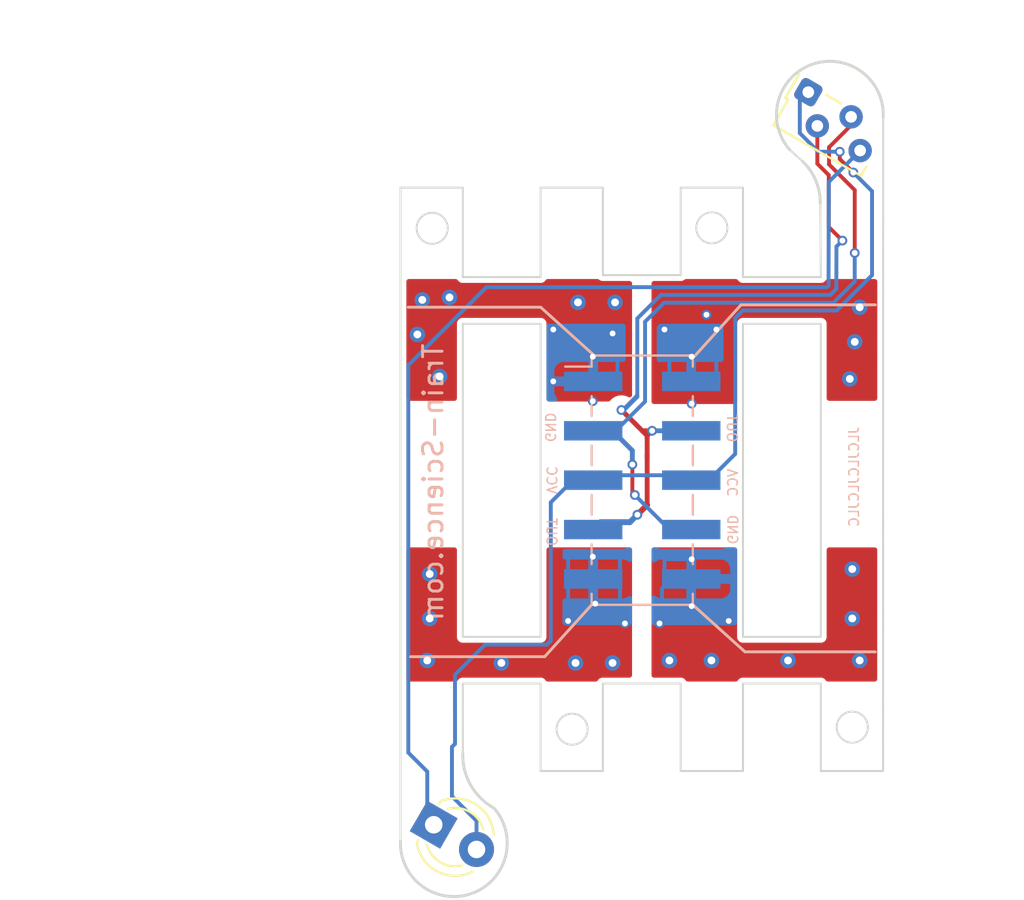
<source format=kicad_pcb>
(kicad_pcb (version 20240108) (generator "pcbnew") (generator_version "8.0")
  (layers (0 "F.Cu" signal) (31 "B.Cu" signal) (34 "B.Paste" user) (35 "F.Paste" user) (36 "B.SilkS" user "B.Silkscreen") (37 "F.SilkS" user "F.Silkscreen") (38 "B.Mask" user) (39 "F.Mask" user) (44 "Edge.Cuts" user))
  (net 0 "")
  (net 1 "GND")
  (net 2 "VCC")
  (net 3 "Net-(D101-K)")
  (net 4 "/A")
  (net 5 "/OUT")
  (net 6 "/B")
  (net 7 "/C")
  (net 8 "/D")
  (footprint "OptoDevice:Sharp_IS471F" (layer "F.Cu") (at 129.057892 78.09086 -30)
    (property "Reference" "U101" (hide yes))
    (property "Value" "IS471F")
    (fp_line (start -0.7 2.37) (end -0.7 0.85) (stroke (width 0.12)) (layer "F.SilkS"))
    (fp_line (start -0.7 2.37) (end 4.5 2.370001) (stroke (width 0.12)) (layer "F.SilkS"))
    (fp_line (start -0.87 0.85) (end -0.7 0.85) (stroke (width 0.12)) (layer "F.SilkS"))
    (fp_line (start -0.87 0.85) (end -0.87 -0.54) (stroke (width 0.12)) (layer "F.SilkS"))
    (fp_line (start 1.75 -0.339999) (end 0.87 -0.339999) (stroke (width 0.12)) (layer "F.SilkS"))
    (fp_line (start 4.5 2.370001) (end 4.5 1.81) (stroke (width 0.12)) (layer "F.SilkS"))
    (pad "1" thru_hole roundrect (at 0 0 330) (size 1.2 1.2) (drill 0.6) (layers "*.Cu" "*.Mask") (roundrect_rratio 0.208) (net 2 "VCC"))
    (pad "2" thru_hole circle (at 1.27 1.27 330) (size 1.2 1.2) (drill 0.6) (layers "*.Cu" "*.Mask") (net 5 "/OUT"))
    (pad "3" thru_hole circle (at 2.54 0 330) (size 1.2 1.2) (drill 0.6) (layers "*.Cu" "*.Mask") (net 1 "GND"))
    (pad "4" thru_hole circle (at 3.809999 1.27 330) (size 1.2 1.2) (drill 0.6) (layers "*.Cu" "*.Mask") (net 3 "Net-(D101-K)"))
  )
  (footprint "LED_THT:LED_D3.0mm" (layer "F.Cu") (at 109.806354 115.764116 -30)
    (property "Reference" "D101" (hide yes))
    (property "Value" "LED")
    (fp_line (start -0.29 1.079999) (end -0.29 1.236001) (stroke (width 0.12)) (layer "F.SilkS"))
    (fp_line (start -0.29 -1.235999) (end -0.29 -1.079999) (stroke (width 0.12)) (layer "F.SilkS"))
    (fp_arc (start -0.29 -1.235517) (mid 1.366488 -1.98766) (end 2.942335 -1.078609) (stroke (width 0.12)) (layer "F.SilkS"))
    (fp_arc (start 0.229039 -1.079999) (mid 1.270117 -1.499999) (end 2.31113 -1.079837) (stroke (width 0.12)) (layer "F.SilkS"))
    (fp_arc (start 2.311131 1.079838) (mid 1.270117 1.500002) (end 0.229038 1.079999) (stroke (width 0.12)) (layer "F.SilkS"))
    (fp_arc (start 2.942335 1.078608) (mid 1.366488 1.987659) (end -0.289999 1.235516) (stroke (width 0.12)) (layer "F.SilkS"))
    (pad "1" thru_hole rect (at 0 0 330) (size 1.8 1.8) (drill 0.9) (layers "*.Cu" "*.Mask") (net 3 "Net-(D101-K)"))
    (pad "2" thru_hole circle (at 2.54 0 330) (size 1.8 1.8) (drill 0.9) (layers "*.Cu" "*.Mask") (net 2 "VCC"))
  )
  (footprint "Connector_PinSocket_2.54mm:PinSocket_2x05_P2.54mm_Vertical_SMD" (layer "B.Cu") (at 120.523 98.044 180)
    (property "Reference" "J106" (hide yes))
    (property "Value" "Conn_02x05_Odd_Even")
    (fp_line (start 3.96 5.84) (end 2.6 5.84) (stroke (width 0.12)) (layer "B.SilkS"))
    (fp_line (start 2.6 6.41) (end -2.6 6.41) (stroke (width 0.12)) (layer "B.SilkS"))
    (fp_line (start 2.6 5.84) (end 2.6 6.41) (stroke (width 0.12)) (layer "B.SilkS"))
    (fp_line (start 2.6 3.3) (end 2.6 4.32) (stroke (width 0.12)) (layer "B.SilkS"))
    (fp_line (start 2.6 0.76) (end 2.6 1.78) (stroke (width 0.12)) (layer "B.SilkS"))
    (fp_line (start 2.6 -1.78) (end 2.6 -0.76) (stroke (width 0.12)) (layer "B.SilkS"))
    (fp_line (start 2.6 -4.32) (end 2.6 -3.3) (stroke (width 0.12)) (layer "B.SilkS"))
    (fp_line (start 2.6 -6.41) (end 2.6 -5.84) (stroke (width 0.12)) (layer "B.SilkS"))
    (fp_line (start 2.6 -6.41) (end -2.6 -6.41) (stroke (width 0.12)) (layer "B.SilkS"))
    (fp_line (start -2.6 5.84) (end -2.6 6.41) (stroke (width 0.12)) (layer "B.SilkS"))
    (fp_line (start -2.6 3.3) (end -2.6 4.32) (stroke (width 0.12)) (layer "B.SilkS"))
    (fp_line (start -2.6 0.76) (end -2.6 1.78) (stroke (width 0.12)) (layer "B.SilkS"))
    (fp_line (start -2.6 -1.78) (end -2.6 -0.76) (stroke (width 0.12)) (layer "B.SilkS"))
    (fp_line (start -2.6 -4.32) (end -2.6 -3.3) (stroke (width 0.12)) (layer "B.SilkS"))
    (fp_line (start -2.6 -6.41) (end -2.6 -5.84) (stroke (width 0.12)) (layer "B.SilkS"))
    (pad "1" smd rect (at 2.52 5.08 180) (size 3 1) (layers "B.Cu" "B.Paste" "B.Mask") (net 4 "/A"))
    (pad "2" smd rect (at -2.52 5.08 180) (size 3 1) (layers "B.Cu" "B.Paste" "B.Mask") (net 8 "/D"))
    (pad "3" smd rect (at 2.52 2.54 180) (size 3 1) (layers "B.Cu" "B.Paste" "B.Mask") (net 1 "GND"))
    (pad "4" smd rect (at -2.52 2.54 180) (size 3 1) (layers "B.Cu" "B.Paste" "B.Mask") (net 5 "/OUT"))
    (pad "5" smd rect (at 2.52 0 180) (size 3 1) (layers "B.Cu" "B.Paste" "B.Mask") (net 2 "VCC"))
    (pad "6" smd rect (at -2.52 0 180) (size 3 1) (layers "B.Cu" "B.Paste" "B.Mask") (net 2 "VCC"))
    (pad "7" smd rect (at 2.52 -2.54 180) (size 3 1) (layers "B.Cu" "B.Paste" "B.Mask") (net 5 "/OUT"))
    (pad "8" smd rect (at -2.52 -2.54 180) (size 3 1) (layers "B.Cu" "B.Paste" "B.Mask") (net 1 "GND"))
    (pad "9" smd rect (at 2.52 -5.08 180) (size 3 1) (layers "B.Cu" "B.Paste" "B.Mask") (net 6 "/B"))
    (pad "10" smd rect (at -2.52 -5.08 180) (size 3 1) (layers "B.Cu" "B.Paste" "B.Mask") (net 7 "/C"))
  )
  (gr_line (start 115.51 107.121) (end 108.613 107.121) (stroke (width 0.15)) (layer "B.SilkS"))
  (gr_line (start 125.8045 106.8715) (end 123.123 104.454) (stroke (width 0.15)) (layer "B.SilkS"))
  (gr_line (start 108.5 89.1495) (end 115.3015 89.1495) (stroke (width 0.15)) (layer "B.SilkS"))
  (gr_line (start 132.5 106.8715) (end 125.8045 106.8715) (stroke (width 0.15)) (layer "B.SilkS"))
  (gr_line (start 123.19 91.694) (end 125.603 89.027) (stroke (width 0.15)) (layer "B.SilkS"))
  (gr_line (start 125.603 89.027) (end 132.5 89.027) (stroke (width 0.15)) (layer "B.SilkS"))
  (gr_line (start 115.3015 89.1495) (end 117.983 91.567) (stroke (width 0.15)) (layer "B.SilkS"))
  (gr_line (start 117.923 104.454) (end 115.51 107.121) (stroke (width 0.15)) (layer "B.SilkS"))
  (gr_line (start 125.7 106.1) (end 125.7 90) (stroke (width 0.1)) (layer "Edge.Cuts"))
  (gr_line (start 118.5 83) (end 118.5 87.5) (stroke (width 0.1)) (layer "Edge.Cuts"))
  (gr_line (start 111.3 106.1) (end 111.3 90) (stroke (width 0.1)) (layer "Edge.Cuts"))
  (gr_line (start 129.7 113) (end 129.7 108.5) (stroke (width 0.1)) (layer "Edge.Cuts"))
  (gr_line (start 125.7 106.1) (end 129.7 106.1) (stroke (width 0.1)) (layer "Edge.Cuts"))
  (gr_line (start 111.301999 112.07494) (end 111.3 108.5) (stroke (width 0.1)) (layer "Edge.Cuts"))
  (gr_line (start 132.9 113) (end 129.7 113) (stroke (width 0.1)) (layer "Edge.Cuts"))
  (gr_line (start 122.5 83) (end 125.7 83) (stroke (width 0.1)) (layer "Edge.Cuts"))
  (gr_arc (start 112.904273 114.906761) (mid 111.703071 113.717212) (end 111.301999 112.07494) (stroke (width 0.15)) (layer "Edge.Cuts"))
  (gr_circle (center 109.728 85.09) (end 108.928 85.09) (stroke (width 0.1)) (fill none) (layer "Edge.Cuts"))
  (gr_line (start 115.3 83) (end 118.5 83) (stroke (width 0.1)) (layer "Edge.Cuts"))
  (gr_line (start 108.1 83) (end 111.3 83) (stroke (width 0.1)) (layer "Edge.Cuts"))
  (gr_line (start 122.5 87.5) (end 122.5 83) (stroke (width 0.1)) (layer "Edge.Cuts"))
  (gr_line (start 129.7 90) (end 129.7 106.1) (stroke (width 0.1)) (layer "Edge.Cuts"))
  (gr_line (start 115.3 90) (end 115.3 106.1) (stroke (width 0.1)) (layer "Edge.Cuts"))
  (gr_line (start 111.3 108.5) (end 115.3 108.5) (stroke (width 0.1)) (layer "Edge.Cuts"))
  (gr_line (start 125.7 113) (end 122.5 113) (stroke (width 0.1)) (layer "Edge.Cuts"))
  (gr_line (start 125.7 90) (end 129.7 90) (stroke (width 0.1)) (layer "Edge.Cuts"))
  (gr_arc (start 128.778 81.661) (mid 129.449829 82.649776) (end 129.674299 83.823933) (stroke (width 0.15)) (layer "Edge.Cuts"))
  (gr_line (start 132.908 79.375) (end 132.9 113) (stroke (width 0.1)) (layer "Edge.Cuts"))
  (gr_line (start 125.7 87.6) (end 125.7 83) (stroke (width 0.1)) (layer "Edge.Cuts"))
  (gr_arc (start 128.103727 81.054239) (mid 129.262952 76.658674) (end 132.908 79.375) (stroke (width 0.15)) (layer "Edge.Cuts"))
  (gr_line (start 115.3 87.6) (end 115.3 83) (stroke (width 0.1)) (layer "Edge.Cuts"))
  (gr_line (start 111.3 90) (end 115.3 90) (stroke (width 0.1)) (layer "Edge.Cuts"))
  (gr_arc (start 112.904273 114.906761) (mid 111.745047 119.302327) (end 108.1 116.586) (stroke (width 0.15)) (layer "Edge.Cuts"))
  (gr_line (start 125.7 108.5) (end 125.7 113) (stroke (width 0.1)) (layer "Edge.Cuts"))
  (gr_line (start 111.3 87.6) (end 111.3 83) (stroke (width 0.1)) (layer "Edge.Cuts"))
  (gr_line (start 122.5 87.5) (end 118.5 87.5) (stroke (width 0.1)) (layer "Edge.Cuts"))
  (gr_line (start 111.3 87.6) (end 115.3 87.6) (stroke (width 0.1)) (layer "Edge.Cuts"))
  (gr_line (start 111.3 106.1) (end 115.3 106.1) (stroke (width 0.1)) (layer "Edge.Cuts"))
  (gr_line (start 118.5 108.5) (end 122.5 108.5) (stroke (width 0.1)) (layer "Edge.Cuts"))
  (gr_line (start 122.5 113) (end 122.5 108.5) (stroke (width 0.1)) (layer "Edge.Cuts"))
  (gr_line (start 125.7 108.5) (end 129.7 108.5) (stroke (width 0.1)) (layer "Edge.Cuts"))
  (gr_circle (center 116.92 110.85) (end 117.72 110.85) (stroke (width 0.1)) (fill none) (layer "Edge.Cuts"))
  (gr_line (start 118.5 113) (end 115.3 113) (stroke (width 0.1)) (layer "Edge.Cuts"))
  (gr_line (start 118.5 108.5) (end 118.5 113) (stroke (width 0.1)) (layer "Edge.Cuts"))
  (gr_circle (center 131.318 110.744) (end 132.118 110.744) (stroke (width 0.1)) (fill none) (layer "Edge.Cuts"))
  (gr_line (start 129.7 87.6) (end 129.674299 83.823933) (stroke (width 0.1)) (layer "Edge.Cuts"))
  (gr_line (start 108.1 116.586) (end 108.1 83) (stroke (width 0.1)) (layer "Edge.Cuts"))
  (gr_line (start 115.3 113) (end 115.3 108.5) (stroke (width 0.1)) (layer "Edge.Cuts"))
  (gr_line (start 125.7 87.6) (end 129.7 87.6) (stroke (width 0.1)) (layer "Edge.Cuts"))
  (gr_line (start 128.103727 81.054239) (end 128.778 81.661) (stroke (width 0.1)) (layer "Edge.Cuts"))
  (gr_circle (center 124.1 85.07) (end 123.3 85.07) (stroke (width 0.1)) (fill none) (layer "Edge.Cuts"))
  (gr_text "OUT" (at 115.57 101.473 -90) (layer "B.SilkS") (effects (font (size 0.5 0.5) (thickness 0.075)) (justify left bottom mirror)))
  (gr_text "OUT" (at 124.841 96.139 -90) (layer "B.SilkS") (effects (font (size 0.5 0.5) (thickness 0.075)) (justify left bottom mirror)))
  (gr_text "VCC" (at 115.57 98.806 -90) (layer "B.SilkS") (effects (font (size 0.5 0.5) (thickness 0.075)) (justify left bottom mirror)))
  (gr_text "GND" (at 115.5 96.139 -90) (layer "B.SilkS") (effects (font (size 0.5 0.5) (thickness 0.075)) (justify left bottom mirror)))
  (gr_text "GND" (at 124.865 101.397 -90) (layer "B.SilkS") (effects (font (size 0.5 0.5) (thickness 0.075)) (justify left bottom mirror)))
  (gr_text "Train-Science.com" (at 110.363 90.932 90) (layer "B.SilkS") (effects (font (size 1 1)) (justify left bottom mirror)))
  (gr_text "JLCJLCJLCJLC" (at 131.699 95.25 90) (layer "B.SilkS") (effects (font (size 0.5 0.5) (thickness 0.075)) (justify left bottom mirror)))
  (gr_text "VCC" (at 125.476 97.409 90) (layer "B.SilkS") (effects (font (size 0.5 0.5) (thickness 0.075)) (justify left bottom mirror)))
  (segment (start 131.445 83.127314) (end 130.124037 81.806351) (width 0.2) (layer "F.Cu") (net 1))
  (segment (start 120.015 98.679) (end 120.015 97.24) (width 0.2) (layer "F.Cu") (net 1))
  (segment (start 131.445 86.36) (end 131.445 83.127314) (width 0.2) (layer "F.Cu") (net 1))
  (segment (start 130.124037 81.806351) (end 130.124037 80.925676) (width 0.2) (layer "F.Cu") (net 1))
  (segment (start 120.142 98.806) (end 120.015 98.679) (width 0.2) (layer "F.Cu") (net 1))
  (segment (start 130.124037 80.925676) (end 131.257596 79.792117) (width 0.2) (layer "F.Cu") (net 1))
  (segment (start 131.257596 79.792117) (end 131.257596 79.36086) (width 0.2) (layer "F.Cu") (net 1))
  (via (at 120.015 97.24) (size 0.5) (drill 0.3) (layers "F.Cu" "B.Cu") (net 1))
  (via (at 120.142 98.806) (size 0.5) (drill 0.3) (layers "F.Cu" "B.Cu") (net 1))
  (via (at 131.445 86.36) (size 0.5) (drill 0.3) (layers "F.Cu" "B.Cu") (net 1))
  (segment (start 121.666 100.33) (end 123.043 100.33) (width 0.2) (layer "B.Cu") (net 1))
  (segment (start 120.015 96.52) (end 120.015 97.24) (width 0.25) (layer "B.Cu") (net 1))
  (segment (start 118.003 95.504) (end 119.164 95.504) (width 0.2) (layer "B.Cu") (net 1))
  (segment (start 120.669 89.896686) (end 120.669 93.999) (width 0.2) (layer "B.Cu") (net 1))
  (segment (start 119.164 95.504) (end 120.669 93.999) (width 0.2) (layer "B.Cu") (net 1))
  (segment (start 120.142 98.806) (end 121.666 100.33) (width 0.2) (layer "B.Cu") (net 1))
  (segment (start 121.646686 88.919) (end 120.669 89.896686) (width 0.2) (layer "B.Cu") (net 1))
  (segment (start 130.352314 88.919) (end 121.646686 88.919) (width 0.2) (layer "B.Cu") (net 1))
  (segment (start 131.445 87.826314) (end 130.352314 88.919) (width 0.2) (layer "B.Cu") (net 1))
  (segment (start 131.445 86.36) (end 131.445 87.826314) (width 0.2) (layer "B.Cu") (net 1))
  (segment (start 118.003 95.504) (end 118.999 95.504) (width 0.25) (layer "B.Cu") (net 1))
  (segment (start 118.999 95.504) (end 120.015 96.52) (width 0.25) (layer "B.Cu") (net 1))
  (segment (start 118.003 95.504) (end 119.38 95.504) (width 0.2) (layer "B.Cu") (net 1))
  (segment (start 130.674037 81.525037) (end 131.372489 82.223489) (width 0.2) (layer "F.Cu") (net 2))
  (segment (start 130.674037 81.153494) (end 130.674037 81.525037) (width 0.2) (layer "F.Cu") (net 2))
  (via (at 131.372489 82.223489) (size 0.5) (drill 0.3) (layers "F.Cu" "B.Cu") (net 2))
  (via (at 130.674037 81.153494) (size 0.5) (drill 0.3) (layers "F.Cu" "B.Cu") (net 2))
  (segment (start 132.334 87.503) (end 132.334 83.185) (width 0.2) (layer "B.Cu") (net 2))
  (segment (start 128.622744 78.526008) (end 129.057892 78.09086) (width 0.2) (layer "B.Cu") (net 2))
  (segment (start 112.006058 115.562058) (end 110.744 114.3) (width 0.2) (layer "B.Cu") (net 2))
  (segment (start 110.744 111.76) (end 110.901522 111.602478) (width 0.2) (layer "B.Cu") (net 2))
  (segment (start 115.824 99.187) (end 117.221 97.79) (width 0.2) (layer "B.Cu") (net 2))
  (segment (start 110.901522 111.221478) (end 110.901468 111.125054) (width 0.2) (layer "B.Cu") (net 2))
  (segment (start 110.900687 109.728197) (end 110.9 109.72751) (width 0.2) (layer "B.Cu") (net 2))
  (segment (start 125.3 96.696) (end 125.3 89.711) (width 0.2) (layer "B.Cu") (net 2))
  (segment (start 110.901522 111.602478) (end 110.901522 111.221478) (width 0.2) (layer "B.Cu") (net 2))
  (segment (start 125.692 89.319) (end 130.518 89.319) (width 0.2) (layer "B.Cu") (net 2))
  (segment (start 110.9 109.72751) (end 110.9 108.048) (width 0.2) (layer "B.Cu") (net 2))
  (segment (start 117.221 97.79) (end 124.206 97.79) (width 0.2) (layer "B.Cu") (net 2))
  (segment (start 112.448 106.5) (end 115.623 106.5) (width 0.2) (layer "B.Cu") (net 2))
  (segment (start 125.3 89.711) (end 125.692 89.319) (width 0.2) (layer "B.Cu") (net 2))
  (segment (start 132.334 83.185) (end 131.372489 82.223489) (width 0.2) (layer "B.Cu") (net 2))
  (segment (start 112.006058 117.034116) (end 112.006058 115.562058) (width 0.2) (layer "B.Cu") (net 2))
  (segment (start 110.901468 111.125054) (end 110.900687 109.728197) (width 0.2) (layer "B.Cu") (net 2))
  (segment (start 110.744 114.3) (end 110.744 111.76) (width 0.2) (layer "B.Cu") (net 2))
  (segment (start 130.674037 81.153494) (end 129.577733 81.153494) (width 0.2) (layer "B.Cu") (net 2))
  (segment (start 124.206 97.79) (end 125.3 96.696) (width 0.2) (layer "B.Cu") (net 2))
  (segment (start 128.622744 80.198505) (end 128.622744 78.526008) (width 0.2) (layer "B.Cu") (net 2))
  (segment (start 115.824 106.299) (end 115.824 99.187) (width 0.2) (layer "B.Cu") (net 2))
  (segment (start 130.518 89.319) (end 132.334 87.503) (width 0.2) (layer "B.Cu") (net 2))
  (segment (start 115.623 106.5) (end 115.824 106.299) (width 0.2) (layer "B.Cu") (net 2))
  (segment (start 129.577733 81.153494) (end 128.622744 80.198505) (width 0.2) (layer "B.Cu") (net 2))
  (segment (start 110.9 108.048) (end 112.448 106.5) (width 0.2) (layer "B.Cu") (net 2))
  (segment (start 109.474 114.681) (end 109.474 113.03) (width 0.2) (layer "B.Cu") (net 3))
  (segment (start 109.806354 115.764116) (end 109.806354 115.013354) (width 0.2) (layer "B.Cu") (net 3))
  (segment (start 112.514657 88.119) (end 130.020942 88.119) (width 0.2) (layer "B.Cu") (net 3))
  (segment (start 108.5 112.056) (end 108.5 92.133657) (width 0.2) (layer "B.Cu") (net 3))
  (segment (start 130.100273 87.503) (end 130.110966 83.693177) (width 0.2) (layer "B.Cu") (net 3))
  (segment (start 130.100273 88.039669) (end 130.100273 87.503) (width 0.2) (layer "B.Cu") (net 3))
  (segment (start 130.020942 88.119) (end 130.100273 88.039669) (width 0.2) (layer "B.Cu") (net 3))
  (segment (start 108.5 92.133657) (end 112.514657 88.119) (width 0.2) (layer "B.Cu") (net 3))
  (segment (start 130.110966 82.707194) (end 131.722448 81.095712) (width 0.2) (layer "B.Cu") (net 3))
  (segment (start 109.806354 115.013354) (end 109.474 114.681) (width 0.2) (layer "B.Cu") (net 3))
  (segment (start 109.474 113.03) (end 108.5 112.056) (width 0.2) (layer "B.Cu") (net 3))
  (segment (start 130.110966 83.693177) (end 130.110966 82.707194) (width 0.2) (layer "B.Cu") (net 3))
  (via (at 109.22 88.773) (size 0.8) (drill 0.4) (layers "F.Cu" "B.Cu") (net 4))
  (via (at 119.126 88.9) (size 0.8) (drill 0.4) (layers "F.Cu" "B.Cu") (net 4))
  (via (at 115.951 92.964) (size 0.5) (drill 0.3) (layers "F.Cu" "B.Cu") (net 4))
  (via (at 117.221 88.9) (size 0.8) (drill 0.4) (layers "F.Cu" "B.Cu") (net 4))
  (via (at 110.617 88.646) (size 0.8) (drill 0.4) (layers "F.Cu" "B.Cu") (net 4))
  (via (at 108.966 90.551) (size 0.8) (drill 0.4) (layers "F.Cu" "B.Cu") (net 4))
  (via (at 115.951 90.297) (size 0.5) (drill 0.3) (layers "F.Cu" "B.Cu") (net 4))
  (via (at 117.983 91.694) (size 0.5) (drill 0.3) (layers "F.Cu" "B.Cu") (net 4))
  (via (at 110.109 92.71) (size 0.8) (drill 0.4) (layers "F.Cu" "B.Cu") (net 4))
  (via (at 119 90.5) (size 0.5) (drill 0.3) (layers "F.Cu" "B.Cu") (net 4))
  (via (at 117.983 93.98) (size 0.5) (drill 0.3) (layers "F.Cu" "B.Cu") (net 4))
  (segment (start 119 91.441) (end 119.253 91.694) (width 0.2) (layer "B.Cu") (net 4))
  (segment (start 119.253 91.694) (end 119.253 92.964) (width 0.2) (layer "B.Cu") (net 4))
  (segment (start 119 90.5) (end 119 91.441) (width 0.2) (layer "B.Cu") (net 4))
  (segment (start 119.253 92.964) (end 118.003 92.964) (width 0.2) (layer "B.Cu") (net 4))
  (segment (start 130.81 85.725) (end 130.11061 85.02561) (width 0.2) (layer "F.Cu") (net 5))
  (segment (start 120.777 95.885) (end 120.777 95.758) (width 0.25) (layer "F.Cu") (net 5))
  (segment (start 120.777 96.901) (end 120.777 96.774) (width 0.25) (layer "F.Cu") (net 5))
  (segment (start 121.031 95.504) (end 120.523 95.504) (width 0.25) (layer "F.Cu") (net 5))
  (segment (start 129.522744 81.770744) (end 129.522744 79.825712) (width 0.2) (layer "F.Cu") (net 5))
  (segment (start 120.777 96.774) (end 120.777 99.317543) (width 0.25) (layer "F.Cu") (net 5))
  (segment (start 120.523 95.504) (end 119.454591 94.435591) (width 0.25) (layer "F.Cu") (net 5))
  (segment (start 120.777 96.774) (end 120.777 95.885) (width 0.25) (layer "F.Cu") (net 5))
  (segment (start 120.777 99.317543) (end 120.272543 99.822) (width 0.3) (layer "F.Cu") (net 5))
  (segment (start 130.11061 82.35861) (end 129.522744 81.770744) (width 0.2) (layer "F.Cu") (net 5))
  (segment (start 120.777 95.758) (end 120.523 95.504) (width 0.25) (layer "F.Cu") (net 5))
  (segment (start 120.777 95.758) (end 121.031 95.504) (width 0.25) (layer "F.Cu") (net 5))
  (segment (start 130.11061 85.02561) (end 130.11061 82.35861) (width 0.2) (layer "F.Cu") (net 5))
  (segment (start 120.777 99.317543) (end 120.777 96.901) (width 0.2) (layer "F.Cu") (net 5))
  (via (at 121.031 95.504) (size 0.5) (drill 0.3) (layers "F.Cu" "B.Cu") (net 5))
  (via (at 120.272543 99.822) (size 0.5) (drill 0.3) (layers "F.Cu" "B.Cu") (net 5))
  (via (at 119.454591 94.435591) (size 0.5) (drill 0.3) (layers "F.Cu" "B.Cu") (net 5))
  (via (at 130.81 85.725) (size 0.5) (drill 0.3) (layers "F.Cu" "B.Cu") (net 5))
  (segment (start 121.481 88.519) (end 120.269 89.731) (width 0.2) (layer "B.Cu") (net 5))
  (segment (start 121.92 95.25) (end 121.92 95.631) (width 0.2) (layer "B.Cu") (net 5))
  (segment (start 120.269 89.731) (end 120.269 93.726) (width 0.2) (layer "B.Cu") (net 5))
  (segment (start 130.81 85.725) (end 130.504407 86.030593) (width 0.2) (layer "B.Cu") (net 5))
  (segment (start 130.504407 86.030593) (end 130.500625 87.378003) (width 0.2) (layer "B.Cu") (net 5))
  (segment (start 130.186628 88.519) (end 121.481 88.519) (width 0.2) (layer "B.Cu") (net 5))
  (segment (start 119.891543 100.203) (end 118.384 100.203) (width 0.3) (layer "B.Cu") (net 5))
  (segment (start 119.559409 94.435591) (end 120.244 93.751) (width 0.25) (layer "B.Cu") (net 5))
  (segment (start 118.384 100.203) (end 118.003 100.584) (width 0.3) (layer "B.Cu") (net 5))
  (segment (start 119.454591 94.435591) (end 119.559409 94.435591) (width 0.25) (layer "B.Cu") (net 5))
  (segment (start 130.500625 87.378003) (end 130.500625 88.205003) (width 0.2) (layer "B.Cu") (net 5))
  (segment (start 123.043 95.504) (end 121.031 95.504) (width 0.25) (layer "B.Cu") (net 5))
  (segment (start 118.999 100.33) (end 118.003 100.33) (width 0.2) (layer "B.Cu") (net 5))
  (segment (start 130.500625 88.205003) (end 130.186628 88.519) (width 0.2) (layer "B.Cu") (net 5))
  (segment (start 120.272543 99.822) (end 119.891543 100.203) (width 0.3) (layer "B.Cu") (net 5))
  (segment (start 120.244 93.751) (end 120.244 93.726) (width 0.25) (layer "B.Cu") (net 5))
  (via (at 118.11 104.394) (size 0.5) (drill 0.3) (layers "F.Cu" "B.Cu") (net 6))
  (via (at 109.601 105.156) (size 0.8) (drill 0.4) (layers "F.Cu" "B.Cu") (net 6))
  (via (at 109.601 102.87) (size 0.8) (drill 0.4) (layers "F.Cu" "B.Cu") (net 6))
  (via (at 117.094 107.442) (size 0.8) (drill 0.4) (layers "F.Cu" "B.Cu") (net 6))
  (via (at 116.713 105.283) (size 0.5) (drill 0.3) (layers "F.Cu" "B.Cu") (net 6))
  (via (at 113.284 107.442) (size 0.8) (drill 0.4) (layers "F.Cu" "B.Cu") (net 6))
  (via (at 118.999 107.442) (size 0.8) (drill 0.4) (layers "F.Cu" "B.Cu") (net 6))
  (via (at 109.474 107.315) (size 0.8) (drill 0.4) (layers "F.Cu" "B.Cu") (net 6))
  (via (at 117.983 101.981) (size 0.5) (drill 0.3) (layers "F.Cu" "B.Cu") (net 6))
  (via (at 119.634 105.41) (size 0.5) (drill 0.3) (layers "F.Cu" "B.Cu") (net 6))
  (segment (start 119.38 104.394) (end 119.38 103.124) (width 0.2) (layer "B.Cu") (net 6))
  (segment (start 117.983 101.981) (end 116.713 101.981) (width 0.2) (layer "B.Cu") (net 6))
  (segment (start 116.713 105.283) (end 116.713 103.124) (width 0.2) (layer "B.Cu") (net 6))
  (segment (start 118.11 104.394) (end 119.38 104.394) (width 0.2) (layer "B.Cu") (net 6))
  (segment (start 119.38 101.981) (end 119.38 103.124) (width 0.2) (layer "B.Cu") (net 6))
  (segment (start 119.38 103.124) (end 118.003 103.124) (width 0.2) (layer "B.Cu") (net 6))
  (segment (start 116.713 103.124) (end 118.003 103.124) (width 0.2) (layer "B.Cu") (net 6))
  (segment (start 116.713 101.981) (end 116.713 103.124) (width 0.2) (layer "B.Cu") (net 6))
  (segment (start 117.983 101.981) (end 119.38 101.981) (width 0.2) (layer "B.Cu") (net 6))
  (via (at 131.318 102.616) (size 0.8) (drill 0.4) (layers "F.Cu" "B.Cu") (net 7))
  (via (at 123.063 104.521) (size 0.5) (drill 0.3) (layers "F.Cu" "B.Cu") (net 7))
  (via (at 123.063 102.108) (size 0.5) (drill 0.3) (layers "F.Cu" "B.Cu") (net 7))
  (via (at 128.016 107.315) (size 0.8) (drill 0.4) (layers "F.Cu" "B.Cu") (net 7))
  (via (at 124.968 105.283) (size 0.5) (drill 0.3) (layers "F.Cu" "B.Cu") (net 7))
  (via (at 131.318 105.156) (size 0.8) (drill 0.4) (layers "F.Cu" "B.Cu") (net 7))
  (via (at 124.079 107.315) (size 0.8) (drill 0.4) (layers "F.Cu" "B.Cu") (net 7))
  (via (at 121.92 107.315) (size 0.8) (drill 0.4) (layers "F.Cu" "B.Cu") (net 7))
  (via (at 121.412 105.41) (size 0.5) (drill 0.3) (layers "F.Cu" "B.Cu") (net 7))
  (via (at 131.699 107.315) (size 0.8) (drill 0.4) (layers "F.Cu" "B.Cu") (net 7))
  (segment (start 122.047 103.124) (end 123.043 103.124) (width 0.2) (layer "B.Cu") (net 7))
  (segment (start 121.666 102.108) (end 121.666 103.124) (width 0.2) (layer "B.Cu") (net 7))
  (segment (start 123.063 102.108) (end 121.666 102.108) (width 0.2) (layer "B.Cu") (net 7))
  (segment (start 121.539 103.632) (end 122.047 103.124) (width 0.2) (layer "B.Cu") (net 7))
  (segment (start 123.063 104.521) (end 121.539 104.521) (width 0.2) (layer "B.Cu") (net 7))
  (segment (start 121.666 103.124) (end 123.043 103.124) (width 0.2) (layer "B.Cu") (net 7))
  (segment (start 121.539 104.521) (end 121.539 103.632) (width 0.2) (layer "B.Cu") (net 7))
  (via (at 124.333 90.297) (size 0.5) (drill 0.3) (layers "F.Cu" "B.Cu") (net 8))
  (via (at 131.191 92.837) (size 0.8) (drill 0.4) (layers "F.Cu" "B.Cu") (net 8))
  (via (at 123.063 91.694) (size 0.5) (drill 0.3) (layers "F.Cu" "B.Cu") (net 8))
  (via (at 121.666 90.297) (size 0.5) (drill 0.3) (layers "F.Cu" "B.Cu") (net 8))
  (via (at 123.825 89.535) (size 0.5) (drill 0.3) (layers "F.Cu" "B.Cu") (net 8))
  (via (at 131.699 89.154) (size 0.8) (drill 0.4) (layers "F.Cu" "B.Cu") (net 8))
  (via (at 123.063 94.107) (size 0.5) (drill 0.3) (layers "F.Cu" "B.Cu") (net 8))
  (via (at 131.445 90.932) (size 0.8) (drill 0.4) (layers "F.Cu" "B.Cu") (net 8))
  (segment (start 121.666 90.297) (end 121.92 90.551) (width 0.2) (layer "B.Cu") (net 8))
  (segment (start 124.333 90.297) (end 124.333 92.964) (width 0.2) (layer "B.Cu") (net 8))
  (segment (start 121.92 90.551) (end 121.92 92.964) (width 0.2) (layer "B.Cu") (net 8))
  (segment (start 124.333 92.964) (end 123.043 92.964) (width 0.2) (layer "B.Cu") (net 8))
  (segment (start 121.92 92.964) (end 123.043 92.964) (width 0.2) (layer "B.Cu") (net 8))
  (zone (net 4) (net_name "/A") (layer "F.Cu") (connect_pads (clearance 0.5)) (min_thickness 0.25) (fill yes (thermal_gap 0.5) (thermal_bridge_width 0.5) (island_removal_mode 1) (island_area_min 10))
    (polygon (pts (xy 101.2 87.7) (xy 101.2 93.964) (xy 115.5 93.964) (xy 115.5 94) (xy 120 94) (xy 120 90) (xy 120 87.7)))
  )
  (zone (net 6) (net_name "/B") (layer "F.Cu") (connect_pads (clearance 0.5)) (min_thickness 0.25) (fill yes (thermal_gap 0.5) (thermal_bridge_width 0.5) (island_removal_mode 1) (island_area_min 10))
    (polygon (pts (xy 101.2 101.501) (xy 101.2 108.4) (xy 120 108.4) (xy 120 106) (xy 120 101.5) (xy 115.5 101.5) (xy 115.5 101.501)))
  )
  (zone (net 7) (net_name "/C") (layer "F.Cu") (connect_pads (clearance 0.5)) (min_thickness 0.25) (fill yes (thermal_gap 0.5) (thermal_bridge_width 0.5) (island_removal_mode 1) (island_area_min 10))
    (polygon (pts (xy 125.5 101.501) (xy 125.5 101.5) (xy 121 101.5) (xy 121 106) (xy 121 108.4) (xy 140.166 108.4) (xy 140.166 101.501)))
  )
  (zone (net 8) (net_name "/D") (layer "F.Cu") (connect_pads (clearance 0.5)) (min_thickness 0.25) (fill yes (thermal_gap 0.5) (thermal_bridge_width 0.5) (island_removal_mode 1) (island_area_min 10))
    (polygon (pts (xy 121 87.7) (xy 121 90) (xy 121 94.127) (xy 125.5 94.127) (xy 125.5 93.964) (xy 140.166 93.964) (xy 140.166 87.7)))
  )
  (zone (net 4) (net_name "/A") (layer "B.Cu") (priority 1) (connect_pads (clearance 0.5)) (min_thickness 0.25) (fill yes (thermal_gap 0.5) (thermal_bridge_width 0.5) (island_removal_mode 1) (island_area_min 10))
    (polygon (pts (xy 120 94) (xy 115.5 94) (xy 115.5 90) (xy 120 90)))
  )
  (zone (net 8) (net_name "/D") (layer "B.Cu") (priority 1) (connect_pads (clearance 0.5)) (min_thickness 0.25) (fill yes (thermal_gap 0.5) (thermal_bridge_width 0.5) (island_removal_mode 1) (island_area_min 10))
    (polygon (pts (xy 125.5 94) (xy 121 94) (xy 121 90) (xy 125.5 90)))
  )
  (zone (net 7) (net_name "/C") (layer "B.Cu") (priority 1) (connect_pads (clearance 0.5)) (min_thickness 0.25) (fill yes (thermal_gap 0.5) (thermal_bridge_width 0.5) (island_removal_mode 1) (island_area_min 10))
    (polygon (pts (xy 125.5 105.5) (xy 121 105.5) (xy 121 101.5) (xy 125.5 101.5)))
  )
  (zone (net 6) (net_name "/B") (layer "B.Cu") (priority 1) (connect_pads (clearance 0.5)) (min_thickness 0.25) (fill yes (thermal_gap 0.5) (thermal_bridge_width 0.5) (island_removal_mode 1) (island_area_min 10))
    (polygon (pts (xy 120 105.5) (xy 115.5 105.5) (xy 115.5 101.5) (xy 120 101.5)))
  )
)
</source>
